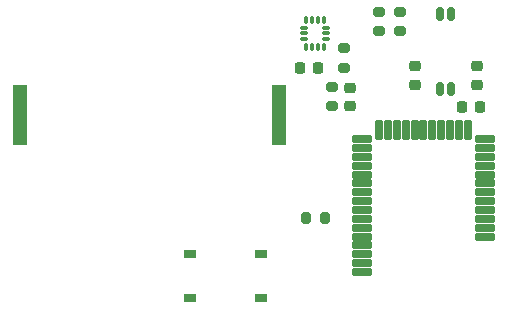
<source format=gbr>
%TF.GenerationSoftware,KiCad,Pcbnew,8.0.3*%
%TF.CreationDate,2024-06-24T08:11:51-04:00*%
%TF.ProjectId,bike_cadence_meter,62696b65-5f63-4616-9465-6e63655f6d65,rev?*%
%TF.SameCoordinates,Original*%
%TF.FileFunction,Paste,Top*%
%TF.FilePolarity,Positive*%
%FSLAX46Y46*%
G04 Gerber Fmt 4.6, Leading zero omitted, Abs format (unit mm)*
G04 Created by KiCad (PCBNEW 8.0.3) date 2024-06-24 08:11:51*
%MOMM*%
%LPD*%
G01*
G04 APERTURE LIST*
G04 Aperture macros list*
%AMRoundRect*
0 Rectangle with rounded corners*
0 $1 Rounding radius*
0 $2 $3 $4 $5 $6 $7 $8 $9 X,Y pos of 4 corners*
0 Add a 4 corners polygon primitive as box body*
4,1,4,$2,$3,$4,$5,$6,$7,$8,$9,$2,$3,0*
0 Add four circle primitives for the rounded corners*
1,1,$1+$1,$2,$3*
1,1,$1+$1,$4,$5*
1,1,$1+$1,$6,$7*
1,1,$1+$1,$8,$9*
0 Add four rect primitives between the rounded corners*
20,1,$1+$1,$2,$3,$4,$5,0*
20,1,$1+$1,$4,$5,$6,$7,0*
20,1,$1+$1,$6,$7,$8,$9,0*
20,1,$1+$1,$8,$9,$2,$3,0*%
G04 Aperture macros list end*
%ADD10RoundRect,0.200000X0.275000X-0.200000X0.275000X0.200000X-0.275000X0.200000X-0.275000X-0.200000X0*%
%ADD11RoundRect,0.200000X-0.275000X0.200000X-0.275000X-0.200000X0.275000X-0.200000X0.275000X0.200000X0*%
%ADD12RoundRect,0.225000X0.225000X0.250000X-0.225000X0.250000X-0.225000X-0.250000X0.225000X-0.250000X0*%
%ADD13RoundRect,0.225000X-0.250000X0.225000X-0.250000X-0.225000X0.250000X-0.225000X0.250000X0.225000X0*%
%ADD14RoundRect,0.200000X-0.200000X-0.275000X0.200000X-0.275000X0.200000X0.275000X-0.200000X0.275000X0*%
%ADD15RoundRect,0.150000X0.725000X0.150000X-0.725000X0.150000X-0.725000X-0.150000X0.725000X-0.150000X0*%
%ADD16RoundRect,0.150000X-0.150000X0.725000X-0.150000X-0.725000X0.150000X-0.725000X0.150000X0.725000X0*%
%ADD17R,1.000000X0.750000*%
%ADD18RoundRect,0.218750X-0.256250X0.218750X-0.256250X-0.218750X0.256250X-0.218750X0.256250X0.218750X0*%
%ADD19RoundRect,0.150000X0.150000X-0.450000X0.150000X0.450000X-0.150000X0.450000X-0.150000X-0.450000X0*%
%ADD20R,1.270000X5.080000*%
%ADD21RoundRect,0.087500X-0.087500X0.225000X-0.087500X-0.225000X0.087500X-0.225000X0.087500X0.225000X0*%
%ADD22RoundRect,0.087500X-0.225000X0.087500X-0.225000X-0.087500X0.225000X-0.087500X0.225000X0.087500X0*%
G04 APERTURE END LIST*
D10*
%TO.C,R5*%
X53000000Y-31250000D03*
X53000000Y-29600000D03*
%TD*%
%TO.C,R2*%
X58750000Y-24900000D03*
X58750000Y-23250000D03*
%TD*%
D11*
%TO.C,R4*%
X54000000Y-26350000D03*
X54000000Y-28000000D03*
%TD*%
%TO.C,R1*%
X56950000Y-23250000D03*
X56950000Y-24900000D03*
%TD*%
D12*
%TO.C,C2*%
X65500000Y-31280000D03*
X63950000Y-31280000D03*
%TD*%
D13*
%TO.C,C6*%
X60000000Y-27862500D03*
X60000000Y-29412500D03*
%TD*%
D12*
%TO.C,C1*%
X51800000Y-27970000D03*
X50250000Y-27970000D03*
%TD*%
D14*
%TO.C,R3*%
X50750000Y-40750000D03*
X52400000Y-40750000D03*
%TD*%
D15*
%TO.C,U1*%
X65900000Y-42280000D03*
X65900000Y-41530000D03*
X65900000Y-40780000D03*
X65900000Y-40030000D03*
X65900000Y-39280000D03*
X65900000Y-38530000D03*
X65900000Y-37780000D03*
X65900000Y-37030000D03*
X65900000Y-36280000D03*
X65900000Y-35530000D03*
X65900000Y-34780000D03*
X65900000Y-34030000D03*
D16*
X64475000Y-33280000D03*
X63725000Y-33280000D03*
X62975000Y-33280000D03*
X62225000Y-33280000D03*
X61475000Y-33280000D03*
X60725000Y-33280000D03*
X59975000Y-33280000D03*
X59225000Y-33280000D03*
X58475000Y-33280000D03*
X57725000Y-33280000D03*
X56975000Y-33280000D03*
D15*
X55550000Y-34030000D03*
X55550000Y-34780000D03*
X55550000Y-35530000D03*
X55550000Y-36280000D03*
X55550000Y-37030000D03*
X55550000Y-37780000D03*
X55550000Y-38530000D03*
X55550000Y-39280000D03*
X55550000Y-40030000D03*
X55550000Y-40780000D03*
X55550000Y-41530000D03*
X55550000Y-42280000D03*
X55550000Y-43030000D03*
X55550000Y-43780000D03*
X55550000Y-44530000D03*
X55550000Y-45280000D03*
%TD*%
D17*
%TO.C,SW1*%
X47000000Y-47500000D03*
X41000000Y-47500000D03*
X47000000Y-43750000D03*
X41000000Y-43750000D03*
%TD*%
D18*
%TO.C,D1*%
X54500000Y-29675000D03*
X54500000Y-31250000D03*
%TD*%
D19*
%TO.C,Y1*%
X62150000Y-23450000D03*
X63050000Y-23450000D03*
X62150000Y-29750000D03*
X63050000Y-29750000D03*
%TD*%
D20*
%TO.C,J1*%
X48500000Y-32000000D03*
X26530000Y-32000000D03*
%TD*%
D13*
%TO.C,C5*%
X65250000Y-27862500D03*
X65250000Y-29412500D03*
%TD*%
D21*
%TO.C,U2*%
X52300000Y-23925000D03*
X51800000Y-23925000D03*
X51300000Y-23925000D03*
X50800000Y-23925000D03*
D22*
X50637500Y-24587500D03*
X50637500Y-25087500D03*
X50637500Y-25587500D03*
D21*
X50800000Y-26250000D03*
X51300000Y-26250000D03*
X51800000Y-26250000D03*
X52300000Y-26250000D03*
D22*
X52462500Y-25587500D03*
X52462500Y-25087500D03*
X52462500Y-24587500D03*
%TD*%
M02*

</source>
